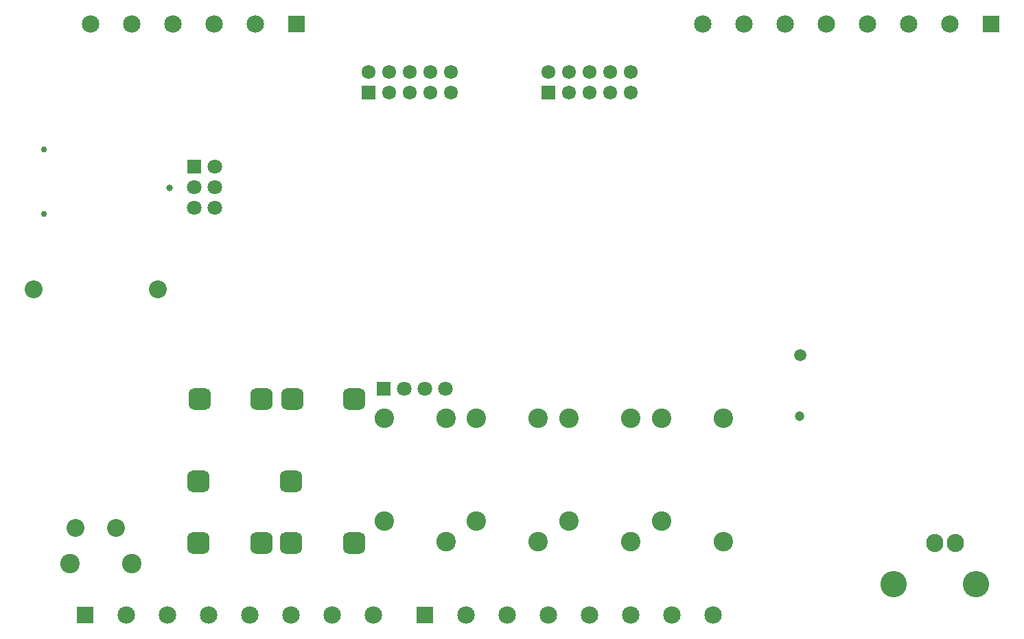
<source format=gbs>
G04*
G04 #@! TF.GenerationSoftware,Altium Limited,Altium Designer,20.0.13 (296)*
G04*
G04 Layer_Color=16711935*
%FSAX24Y24*%
%MOIN*%
G70*
G01*
G75*
%ADD101C,0.1280*%
%ADD102O,0.0830X0.0880*%
%ADD103C,0.0946*%
%ADD104C,0.0848*%
%ADD105R,0.0848X0.0848*%
%ADD106C,0.0678*%
%ADD107R,0.0678X0.0678*%
%ADD108C,0.0300*%
%ADD109C,0.0592*%
%ADD110C,0.0474*%
%ADD111C,0.0867*%
G04:AMPARAMS|DCode=112|XSize=106.4mil|YSize=106.4mil|CornerRadius=28.6mil|HoleSize=0mil|Usage=FLASHONLY|Rotation=270.000|XOffset=0mil|YOffset=0mil|HoleType=Round|Shape=RoundedRectangle|*
%AMROUNDEDRECTD112*
21,1,0.1064,0.0492,0,0,270.0*
21,1,0.0492,0.1064,0,0,270.0*
1,1,0.0572,-0.0246,-0.0246*
1,1,0.0572,-0.0246,0.0246*
1,1,0.0572,0.0246,0.0246*
1,1,0.0572,0.0246,-0.0246*
%
%ADD112ROUNDEDRECTD112*%
%ADD113R,0.0710X0.0710*%
%ADD114C,0.0710*%
%ADD115R,0.0710X0.0710*%
%ADD116C,0.0316*%
D101*
X043250Y003500D02*
D03*
X047250D02*
D03*
D102*
X046250Y005500D02*
D03*
X045250D02*
D03*
D103*
X003250Y004500D02*
D03*
X006250D02*
D03*
X018549Y006579D02*
D03*
X021549Y005579D02*
D03*
X018549Y011579D02*
D03*
X021549D02*
D03*
X026000D02*
D03*
X023000D02*
D03*
X026000Y005579D02*
D03*
X023000Y006579D02*
D03*
X030500Y011579D02*
D03*
X027500D02*
D03*
X030500Y005579D02*
D03*
X027500Y006579D02*
D03*
X035000Y011579D02*
D03*
X032000D02*
D03*
X035000Y005579D02*
D03*
X032000Y006579D02*
D03*
D104*
X022500Y002000D02*
D03*
X024500D02*
D03*
X026500D02*
D03*
X028500D02*
D03*
X030500D02*
D03*
X032500D02*
D03*
X034500D02*
D03*
X006000D02*
D03*
X008000D02*
D03*
X010000D02*
D03*
X012000D02*
D03*
X014000D02*
D03*
X016000D02*
D03*
X018000D02*
D03*
X046000Y030750D02*
D03*
X044000D02*
D03*
X042000D02*
D03*
X040000D02*
D03*
X038000D02*
D03*
X036000D02*
D03*
X034000D02*
D03*
X004250D02*
D03*
X006250D02*
D03*
X008250D02*
D03*
X010250D02*
D03*
X012250D02*
D03*
D105*
X020500Y002000D02*
D03*
X004000D02*
D03*
X048000Y030750D02*
D03*
X014250D02*
D03*
D106*
X030500Y027388D02*
D03*
X029500D02*
D03*
X030500Y028388D02*
D03*
X029500D02*
D03*
X027500D02*
D03*
Y027388D02*
D03*
X026500Y028388D02*
D03*
X028500D02*
D03*
Y027388D02*
D03*
X021750D02*
D03*
X020750D02*
D03*
X021750Y028388D02*
D03*
X020750D02*
D03*
X018750D02*
D03*
Y027388D02*
D03*
X017750Y028388D02*
D03*
X019750D02*
D03*
Y027388D02*
D03*
D107*
X026500D02*
D03*
X017750D02*
D03*
D108*
X002000Y024650D02*
D03*
Y021500D02*
D03*
D109*
X038720Y014624D02*
D03*
D110*
X038711Y011671D02*
D03*
D111*
X001484Y017825D02*
D03*
X007547D02*
D03*
X005500Y006250D02*
D03*
X003532D02*
D03*
D112*
X009563Y012500D02*
D03*
X012563D02*
D03*
X009500Y008500D02*
D03*
X012563Y005500D02*
D03*
X009500D02*
D03*
X014063Y012500D02*
D03*
X017063D02*
D03*
X014000Y008500D02*
D03*
X017063Y005500D02*
D03*
X014000D02*
D03*
D113*
X009289Y023810D02*
D03*
D114*
X010289D02*
D03*
X009289Y022810D02*
D03*
X010289D02*
D03*
X009289Y021810D02*
D03*
X010289D02*
D03*
X020500Y013000D02*
D03*
X019500D02*
D03*
X021500D02*
D03*
D115*
X018500D02*
D03*
D116*
X008089Y022776D02*
D03*
M02*

</source>
